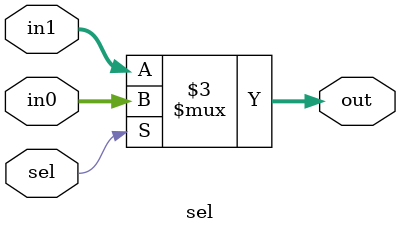
<source format=v>
module sel(in0,in1,sel,out);
	input sel;
	input[25:0] in0,in1;
	output[25:0] out;
	reg [25:0] out;

	always @(*) begin
		if(sel) out = in0;
		else out = in1;
	end
endmodule

</source>
